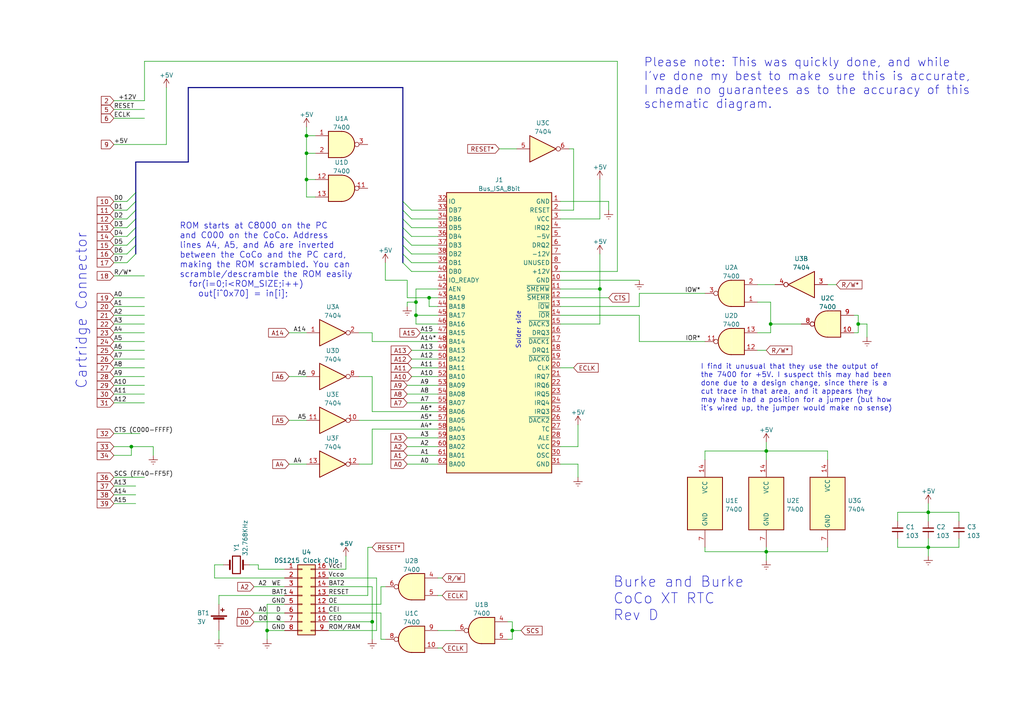
<source format=kicad_sch>
(kicad_sch (version 20211123) (generator eeschema)
  (paper "A4")
  (lib_symbols
    (symbol "74xx:7400" (pin_names (offset 1.016))
      (property "Reference" "U" (at 0 1.27 0))
      (property "Value" "7400" (at 0 -1.27 0))
      (symbol "7400_1_1"
        (arc (start 0 -3.81) (mid 3.81 0) (end 0 3.81) (stroke (width 0.254)) (fill (type background)))
        (polyline (pts (xy 0 3.81) (xy -3.81 3.81) (xy -3.81 -3.81) (xy 0 -3.81)) (stroke (width 0.254)) (fill (type background)))
        (pin input line (at -7.62 2.54 0) (length 3.81) (name "~") (number "1"))
        (pin input line (at -7.62 -2.54 0) (length 3.81) (name "~") (number "2"))
        (pin output inverted (at 7.62 0 180) (length 3.81) (name "~") (number "3"))
      )
      (symbol "7400_1_2"
        (arc (start -3.81 -3.81) (mid -2.589 0) (end -3.81 3.81) (stroke (width 0.254)))
        (arc (start -0.6096 -3.81) (mid 2.1842 -2.5851) (end 3.81 0) (stroke (width 0.254)) (fill (type background)))
        (polyline (pts (xy -3.81 -3.81) (xy -0.635 -3.81)) (stroke (width 0.254)) (fill (type background)))
        (polyline (pts (xy -3.81 3.81) (xy -0.635 3.81)) (stroke (width 0.254)) (fill (type background)))
        (polyline (pts (xy -0.635 3.81) (xy -3.81 3.81) (xy -3.81 3.81) (xy -3.556 3.4036) (xy -3.0226 2.2606) (xy -2.6924 1.0414) (xy -2.6162 -0.254) (xy -2.7686 -1.4986) (xy -3.175 -2.7178) (xy -3.81 -3.81) (xy -3.81 -3.81) (xy -0.635 -3.81)) (stroke (width -25.4)) (fill (type background)))
        (arc (start 3.81 0) (mid 2.1915 2.5936) (end -0.6096 3.81) (stroke (width 0.254)) (fill (type background)))
        (pin input inverted (at -7.62 2.54 0) (length 4.318) (name "~") (number "1"))
        (pin input inverted (at -7.62 -2.54 0) (length 4.318) (name "~") (number "2"))
        (pin output line (at 7.62 0 180) (length 3.81) (name "~") (number "3"))
      )
      (symbol "7400_2_1"
        (arc (start 0 -3.81) (mid 3.81 0) (end 0 3.81) (stroke (width 0.254)) (fill (type background)))
        (polyline (pts (xy 0 3.81) (xy -3.81 3.81) (xy -3.81 -3.81) (xy 0 -3.81)) (stroke (width 0.254)) (fill (type background)))
        (pin input line (at -7.62 2.54 0) (length 3.81) (name "~") (number "4"))
        (pin input line (at -7.62 -2.54 0) (length 3.81) (name "~") (number "5"))
        (pin output inverted (at 7.62 0 180) (length 3.81) (name "~") (number "6"))
      )
      (symbol "7400_2_2"
        (arc (start -3.81 -3.81) (mid -2.589 0) (end -3.81 3.81) (stroke (width 0.254)))
        (arc (start -0.6096 -3.81) (mid 2.1842 -2.5851) (end 3.81 0) (stroke (width 0.254)) (fill (type background)))
        (polyline (pts (xy -3.81 -3.81) (xy -0.635 -3.81)) (stroke (width 0.254)) (fill (type background)))
        (polyline (pts (xy -3.81 3.81) (xy -0.635 3.81)) (stroke (width 0.254)) (fill (type background)))
        (polyline (pts (xy -0.635 3.81) (xy -3.81 3.81) (xy -3.81 3.81) (xy -3.556 3.4036) (xy -3.0226 2.2606) (xy -2.6924 1.0414) (xy -2.6162 -0.254) (xy -2.7686 -1.4986) (xy -3.175 -2.7178) (xy -3.81 -3.81) (xy -3.81 -3.81) (xy -0.635 -3.81)) (stroke (width -25.4)) (fill (type background)))
        (arc (start 3.81 0) (mid 2.1915 2.5936) (end -0.6096 3.81) (stroke (width 0.254)) (fill (type background)))
        (pin input inverted (at -7.62 2.54 0) (length 4.318) (name "~") (number "4"))
        (pin input inverted (at -7.62 -2.54 0) (length 4.318) (name "~") (number "5"))
        (pin output line (at 7.62 0 180) (length 3.81) (name "~") (number "6"))
      )
      (symbol "7400_3_1"
        (arc (start 0 -3.81) (mid 3.81 0) (end 0 3.81) (stroke (width 0.254)) (fill (type background)))
        (polyline (pts (xy 0 3.81) (xy -3.81 3.81) (xy -3.81 -3.81) (xy 0 -3.81)) (stroke (width 0.254)) (fill (type background)))
        (pin input line (at -7.62 -2.54 0) (length 3.81) (name "~") (number "10"))
        (pin output inverted (at 7.62 0 180) (length 3.81) (name "~") (number "8"))
        (pin input line (at -7.62 2.54 0) (length 3.81) (name "~") (number "9"))
      )
      (symbol "7400_3_2"
        (arc (start -3.81 -3.81) (mid -2.589 0) (end -3.81 3.81) (stroke (width 0.254)))
        (arc (start -0.6096 -3.81) (mid 2.1842 -2.5851) (end 3.81 0) (stroke (width 0.254)) (fill (type background)))
        (polyline (pts (xy -3.81 -3.81) (xy -0.635 -3.81)) (stroke (width 0.254)) (fill (type background)))
        (polyline (pts (xy -3.81 3.81) (xy -0.635 3.81)) (stroke (width 0.254)) (fill (type background)))
        (polyline (pts (xy -0.635 3.81) (xy -3.81 3.81) (xy -3.81 3.81) (xy -3.556 3.4036) (xy -3.0226 2.2606) (xy -2.6924 1.0414) (xy -2.6162 -0.254) (xy -2.7686 -1.4986) (xy -3.175 -2.7178) (xy -3.81 -3.81) (xy -3.81 -3.81) (xy -0.635 -3.81)) (stroke (width -25.4)) (fill (type background)))
        (arc (start 3.81 0) (mid 2.1915 2.5936) (end -0.6096 3.81) (stroke (width 0.254)) (fill (type background)))
        (pin input inverted (at -7.62 -2.54 0) (length 4.318) (name "~") (number "10"))
        (pin output line (at 7.62 0 180) (length 3.81) (name "~") (number "8"))
        (pin input inverted (at -7.62 2.54 0) (length 4.318) (name "~") (number "9"))
      )
      (symbol "7400_4_1"
        (arc (start 0 -3.81) (mid 3.81 0) (end 0 3.81) (stroke (width 0.254)) (fill (type background)))
        (polyline (pts (xy 0 3.81) (xy -3.81 3.81) (xy -3.81 -3.81) (xy 0 -3.81)) (stroke (width 0.254)) (fill (type background)))
        (pin output inverted (at 7.62 0 180) (length 3.81) (name "~") (number "11"))
        (pin input line (at -7.62 2.54 0) (length 3.81) (name "~") (number "12"))
        (pin input line (at -7.62 -2.54 0) (length 3.81) (name "~") (number "13"))
      )
      (symbol "7400_4_2"
        (arc (start -3.81 -3.81) (mid -2.589 0) (end -3.81 3.81) (stroke (width 0.254)))
        (arc (start -0.6096 -3.81) (mid 2.1842 -2.5851) (end 3.81 0) (stroke (width 0.254)) (fill (type background)))
        (polyline (pts (xy -3.81 -3.81) (xy -0.635 -3.81)) (stroke (width 0.254)) (fill (type background)))
        (polyline (pts (xy -3.81 3.81) (xy -0.635 3.81)) (stroke (width 0.254)) (fill (type background)))
        (polyline (pts (xy -0.635 3.81) (xy -3.81 3.81) (xy -3.81 3.81) (xy -3.556 3.4036) (xy -3.0226 2.2606) (xy -2.6924 1.0414) (xy -2.6162 -0.254) (xy -2.7686 -1.4986) (xy -3.175 -2.7178) (xy -3.81 -3.81) (xy -3.81 -3.81) (xy -0.635 -3.81)) (stroke (width -25.4)) (fill (type background)))
        (arc (start 3.81 0) (mid 2.1915 2.5936) (end -0.6096 3.81) (stroke (width 0.254)) (fill (type background)))
        (pin output line (at 7.62 0 180) (length 3.81) (name "~") (number "11"))
        (pin input inverted (at -7.62 2.54 0) (length 4.318) (name "~") (number "12"))
        (pin input inverted (at -7.62 -2.54 0) (length 4.318) (name "~") (number "13"))
      )
      (symbol "7400_5_0"
        (pin power_in line (at 0 12.7 270) (length 5.08) (name "VCC") (number "14"))
        (pin power_in line (at 0 -12.7 90) (length 5.08) (name "GND") (number "7"))
      )
      (symbol "7400_5_1"
        (rectangle (start -5.08 7.62) (end 5.08 -7.62) (stroke (width 0.254)) (fill (type background)))
      )
    )
    (symbol "74xx:74AHC04"
      (property "Reference" "U" (at 0 1.27 0))
      (property "Value" "74AHC04" (at 0 -1.27 0))
      (symbol "74AHC04_1_0"
        (polyline (pts (xy -3.81 3.81) (xy -3.81 -3.81) (xy 3.81 0) (xy -3.81 3.81)) (stroke (width 0.254)) (fill (type background)))
        (pin input line (at -7.62 0 0) (length 3.81) (name "~") (number "1"))
        (pin output inverted (at 7.62 0 180) (length 3.81) (name "~") (number "2"))
      )
      (symbol "74AHC04_2_0"
        (polyline (pts (xy -3.81 3.81) (xy -3.81 -3.81) (xy 3.81 0) (xy -3.81 3.81)) (stroke (width 0.254)) (fill (type background)))
        (pin input line (at -7.62 0 0) (length 3.81) (name "~") (number "3"))
        (pin output inverted (at 7.62 0 180) (length 3.81) (name "~") (number "4"))
      )
      (symbol "74AHC04_3_0"
        (polyline (pts (xy -3.81 3.81) (xy -3.81 -3.81) (xy 3.81 0) (xy -3.81 3.81)) (stroke (width 0.254)) (fill (type background)))
        (pin input line (at -7.62 0 0) (length 3.81) (name "~") (number "5"))
        (pin output inverted (at 7.62 0 180) (length 3.81) (name "~") (number "6"))
      )
      (symbol "74AHC04_4_0"
        (polyline (pts (xy -3.81 3.81) (xy -3.81 -3.81) (xy 3.81 0) (xy -3.81 3.81)) (stroke (width 0.254)) (fill (type background)))
        (pin output inverted (at 7.62 0 180) (length 3.81) (name "~") (number "8"))
        (pin input line (at -7.62 0 0) (length 3.81) (name "~") (number "9"))
      )
      (symbol "74AHC04_5_0"
        (polyline (pts (xy -3.81 3.81) (xy -3.81 -3.81) (xy 3.81 0) (xy -3.81 3.81)) (stroke (width 0.254)) (fill (type background)))
        (pin output inverted (at 7.62 0 180) (length 3.81) (name "~") (number "10"))
        (pin input line (at -7.62 0 0) (length 3.81) (name "~") (number "11"))
      )
      (symbol "74AHC04_6_0"
        (polyline (pts (xy -3.81 3.81) (xy -3.81 -3.81) (xy 3.81 0) (xy -3.81 3.81)) (stroke (width 0.254)) (fill (type background)))
        (pin output inverted (at 7.62 0 180) (length 3.81) (name "~") (number "12"))
        (pin input line (at -7.62 0 0) (length 3.81) (name "~") (number "13"))
      )
      (symbol "74AHC04_7_0"
        (pin power_in line (at 0 12.7 270) (length 5.08) (name "VCC") (number "14"))
        (pin power_in line (at 0 -12.7 90) (length 5.08) (name "GND") (number "7"))
      )
      (symbol "74AHC04_7_1"
        (rectangle (start -5.08 7.62) (end 5.08 -7.62) (stroke (width 0.254)) (fill (type background)))
      )
    )
    (symbol "Connector:Bus_ISA_8bit"
      (property "Reference" "J" (at 0 42.545 0))
      (property "Value" "Bus_ISA_8bit" (at 0 -42.545 0))
      (symbol "Bus_ISA_8bit_0_1"
        (rectangle (start -15.24 -40.64) (end 15.24 40.64) (stroke (width 0.254)) (fill (type background)))
      )
      (symbol "Bus_ISA_8bit_1_1"
        (pin power_in line (at -17.78 38.1 0) (length 2.54) (name "GND") (number "1"))
        (pin power_in line (at -17.78 15.24 0) (length 2.54) (name "GND") (number "10"))
        (pin output line (at -17.78 12.7 0) (length 2.54) (name "~{SMEMW}") (number "11"))
        (pin output line (at -17.78 10.16 0) (length 2.54) (name "~{SMEMR}") (number "12"))
        (pin output line (at -17.78 7.62 0) (length 2.54) (name "~{IOW}") (number "13"))
        (pin output line (at -17.78 5.08 0) (length 2.54) (name "~{IOR}") (number "14"))
        (pin passive line (at -17.78 2.54 0) (length 2.54) (name "~{DACK3}") (number "15"))
        (pin passive line (at -17.78 0 0) (length 2.54) (name "DRQ3") (number "16"))
        (pin passive line (at -17.78 -2.54 0) (length 2.54) (name "~{DACK1}") (number "17"))
        (pin passive line (at -17.78 -5.08 0) (length 2.54) (name "DRQ1") (number "18"))
        (pin passive line (at -17.78 -7.62 0) (length 2.54) (name "~{DACK0}") (number "19"))
        (pin output line (at -17.78 35.56 0) (length 2.54) (name "RESET") (number "2"))
        (pin output line (at -17.78 -10.16 0) (length 2.54) (name "CLK") (number "20"))
        (pin passive line (at -17.78 -12.7 0) (length 2.54) (name "IRQ7") (number "21"))
        (pin passive line (at -17.78 -15.24 0) (length 2.54) (name "IRQ6") (number "22"))
        (pin passive line (at -17.78 -17.78 0) (length 2.54) (name "IRQ5") (number "23"))
        (pin passive line (at -17.78 -20.32 0) (length 2.54) (name "IRQ4") (number "24"))
        (pin passive line (at -17.78 -22.86 0) (length 2.54) (name "IRQ3") (number "25"))
        (pin passive line (at -17.78 -25.4 0) (length 2.54) (name "~{DACK2}") (number "26"))
        (pin passive line (at -17.78 -27.94 0) (length 2.54) (name "TC") (number "27"))
        (pin output line (at -17.78 -30.48 0) (length 2.54) (name "ALE") (number "28"))
        (pin power_in line (at -17.78 -33.02 0) (length 2.54) (name "VCC") (number "29"))
        (pin power_in line (at -17.78 33.02 0) (length 2.54) (name "VCC") (number "3"))
        (pin output line (at -17.78 -35.56 0) (length 2.54) (name "OSC") (number "30"))
        (pin power_in line (at -17.78 -38.1 0) (length 2.54) (name "GND") (number "31"))
        (pin passive line (at 17.78 38.1 180) (length 2.54) (name "IO") (number "32"))
        (pin tri_state line (at 17.78 35.56 180) (length 2.54) (name "DB7") (number "33"))
        (pin tri_state line (at 17.78 33.02 180) (length 2.54) (name "DB6") (number "34"))
        (pin tri_state line (at 17.78 30.48 180) (length 2.54) (name "DB5") (number "35"))
        (pin tri_state line (at 17.78 27.94 180) (length 2.54) (name "DB4") (number "36"))
        (pin tri_state line (at 17.78 25.4 180) (length 2.54) (name "DB3") (number "37"))
        (pin tri_state line (at 17.78 22.86 180) (length 2.54) (name "DB2") (number "38"))
        (pin tri_state line (at 17.78 20.32 180) (length 2.54) (name "DB1") (number "39"))
        (pin passive line (at -17.78 30.48 0) (length 2.54) (name "IRQ2") (number "4"))
        (pin tri_state line (at 17.78 17.78 180) (length 2.54) (name "DB0") (number "40"))
        (pin passive line (at 17.78 15.24 180) (length 2.54) (name "IO_READY") (number "41"))
        (pin output line (at 17.78 12.7 180) (length 2.54) (name "AEN") (number "42"))
        (pin tri_state line (at 17.78 10.16 180) (length 2.54) (name "BA19") (number "43"))
        (pin tri_state line (at 17.78 7.62 180) (length 2.54) (name "BA18") (number "44"))
        (pin tri_state line (at 17.78 5.08 180) (length 2.54) (name "BA17") (number "45"))
        (pin tri_state line (at 17.78 2.54 180) (length 2.54) (name "BA16") (number "46"))
        (pin tri_state line (at 17.78 0 180) (length 2.54) (name "BA15") (number "47"))
        (pin tri_state line (at 17.78 -2.54 180) (length 2.54) (name "BA14") (number "48"))
        (pin tri_state line (at 17.78 -5.08 180) (length 2.54) (name "BA13") (number "49"))
        (pin power_in line (at -17.78 27.94 0) (length 2.54) (name "-5V") (number "5"))
        (pin tri_state line (at 17.78 -7.62 180) (length 2.54) (name "BA12") (number "50"))
        (pin tri_state line (at 17.78 -10.16 180) (length 2.54) (name "BA11") (number "51"))
        (pin tri_state line (at 17.78 -12.7 180) (length 2.54) (name "BA10") (number "52"))
        (pin tri_state line (at 17.78 -15.24 180) (length 2.54) (name "BA09") (number "53"))
        (pin tri_state line (at 17.78 -17.78 180) (length 2.54) (name "BA08") (number "54"))
        (pin tri_state line (at 17.78 -20.32 180) (length 2.54) (name "BA07") (number "55"))
        (pin tri_state line (at 17.78 -22.86 180) (length 2.54) (name "BA06") (number "56"))
        (pin tri_state line (at 17.78 -25.4 180) (length 2.54) (name "BA05") (number "57"))
        (pin tri_state line (at 17.78 -27.94 180) (length 2.54) (name "BA04") (number "58"))
        (pin tri_state line (at 17.78 -30.48 180) (length 2.54) (name "BA03") (number "59"))
        (pin passive line (at -17.78 25.4 0) (length 2.54) (name "DRQ2") (number "6"))
        (pin tri_state line (at 17.78 -33.02 180) (length 2.54) (name "BA02") (number "60"))
        (pin tri_state line (at 17.78 -35.56 180) (length 2.54) (name "BA01") (number "61"))
        (pin tri_state line (at 17.78 -38.1 180) (length 2.54) (name "BA00") (number "62"))
        (pin power_in line (at -17.78 22.86 0) (length 2.54) (name "-12V") (number "7"))
        (pin passive line (at -17.78 20.32 0) (length 2.54) (name "UNUSED") (number "8"))
        (pin power_in line (at -17.78 17.78 0) (length 2.54) (name "+12V") (number "9"))
      )
    )
    (symbol "Connector_Generic:Conn_02x08_Counter_Clockwise" (pin_names (offset 1.016) hide)
      (property "Reference" "J" (at 1.27 10.16 0))
      (property "Value" "Conn_02x08_Counter_Clockwise" (at 1.27 -12.7 0))
      (symbol "Conn_02x08_Counter_Clockwise_1_1"
        (rectangle (start -1.27 -10.033) (end 0 -10.287) (stroke (width 0.1524)))
        (rectangle (start -1.27 -7.493) (end 0 -7.747) (stroke (width 0.1524)))
        (rectangle (start -1.27 -4.953) (end 0 -5.207) (stroke (width 0.1524)))
        (rectangle (start -1.27 -2.413) (end 0 -2.667) (stroke (width 0.1524)))
        (rectangle (start -1.27 0.127) (end 0 -0.127) (stroke (width 0.1524)))
        (rectangle (start -1.27 2.667) (end 0 2.413) (stroke (width 0.1524)))
        (rectangle (start -1.27 5.207) (end 0 4.953) (stroke (width 0.1524)))
        (rectangle (start -1.27 7.747) (end 0 7.493) (stroke (width 0.1524)))
        (rectangle (start -1.27 8.89) (end 3.81 -11.43) (stroke (width 0.254)) (fill (type background)))
        (rectangle (start 3.81 -10.033) (end 2.54 -10.287) (stroke (width 0.1524)))
        (rectangle (start 3.81 -7.493) (end 2.54 -7.747) (stroke (width 0.1524)))
        (rectangle (start 3.81 -4.953) (end 2.54 -5.207) (stroke (width 0.1524)))
        (rectangle (start 3.81 -2.413) (end 2.54 -2.667) (stroke (width 0.1524)))
        (rectangle (start 3.81 0.127) (end 2.54 -0.127) (stroke (width 0.1524)))
        (rectangle (start 3.81 2.667) (end 2.54 2.413) (stroke (width 0.1524)))
        (rectangle (start 3.81 5.207) (end 2.54 4.953) (stroke (width 0.1524)))
        (rectangle (start 3.81 7.747) (end 2.54 7.493) (stroke (width 0.1524)))
        (pin passive line (at -5.08 7.62 0) (length 3.81) (name "Pin_1") (number "1"))
        (pin passive line (at 7.62 -7.62 180) (length 3.81) (name "Pin_10") (number "10"))
        (pin passive line (at 7.62 -5.08 180) (length 3.81) (name "Pin_11") (number "11"))
        (pin passive line (at 7.62 -2.54 180) (length 3.81) (name "Pin_12") (number "12"))
        (pin passive line (at 7.62 0 180) (length 3.81) (name "Pin_13") (number "13"))
        (pin passive line (at 7.62 2.54 180) (length 3.81) (name "Pin_14") (number "14"))
        (pin passive line (at 7.62 5.08 180) (length 3.81) (name "Pin_15") (number "15"))
        (pin passive line (at 7.62 7.62 180) (length 3.81) (name "Pin_16") (number "16"))
        (pin passive line (at -5.08 5.08 0) (length 3.81) (name "Pin_2") (number "2"))
        (pin passive line (at -5.08 2.54 0) (length 3.81) (name "Pin_3") (number "3"))
        (pin passive line (at -5.08 0 0) (length 3.81) (name "Pin_4") (number "4"))
        (pin passive line (at -5.08 -2.54 0) (length 3.81) (name "Pin_5") (number "5"))
        (pin passive line (at -5.08 -5.08 0) (length 3.81) (name "Pin_6") (number "6"))
        (pin passive line (at -5.08 -7.62 0) (length 3.81) (name "Pin_7") (number "7"))
        (pin passive line (at -5.08 -10.16 0) (length 3.81) (name "Pin_8") (number "8"))
        (pin passive line (at 7.62 -10.16 180) (length 3.81) (name "Pin_9") (number "9"))
      )
    )
    (symbol "Device:Battery_Cell" (pin_numbers hide) (pin_names (offset 0) hide)
      (property "Reference" "BT" (at 2.54 2.54 0))
      (property "Value" "Battery_Cell" (at 2.54 0 0))
      (symbol "Battery_Cell_0_1"
        (rectangle (start -2.286 1.778) (end 2.286 1.524) (fill (type outline)))
        (rectangle (start -1.5748 1.1938) (end 1.4732 0.6858) (fill (type outline)))
        (polyline (pts (xy 0 0.762) (xy 0 0)))
        (polyline (pts (xy 0 1.778) (xy 0 2.54)))
        (polyline (pts (xy 0.508 3.429) (xy 1.524 3.429)) (stroke (width 0.254)))
        (polyline (pts (xy 1.016 3.937) (xy 1.016 2.921)) (stroke (width 0.254)))
      )
      (symbol "Battery_Cell_1_1"
        (pin passive line (at 0 5.08 270) (length 2.54) (name "+") (number "1"))
        (pin passive line (at 0 -2.54 90) (length 2.54) (name "-") (number "2"))
      )
    )
    (symbol "Device:C_Small" (pin_numbers hide) (pin_names (offset 0.254) hide)
      (property "Reference" "C" (at 0.254 1.778 0))
      (property "Value" "C_Small" (at 0.254 -2.032 0))
      (symbol "C_Small_0_1"
        (polyline (pts (xy -1.524 -0.508) (xy 1.524 -0.508)) (stroke (width 0.3302)))
        (polyline (pts (xy -1.524 0.508) (xy 1.524 0.508)) (stroke (width 0.3048)))
      )
      (symbol "C_Small_1_1"
        (pin passive line (at 0 2.54 270) (length 2.032) (name "~") (number "1"))
        (pin passive line (at 0 -2.54 90) (length 2.032) (name "~") (number "2"))
      )
    )
    (symbol "Device:Crystal" (pin_numbers hide) (pin_names (offset 1.016) hide)
      (property "Reference" "Y" (at 0 3.81 0))
      (property "Value" "Crystal" (at 0 -3.81 0))
      (symbol "Crystal_0_1"
        (rectangle (start -1.143 2.54) (end 1.143 -2.54) (stroke (width 0.3048)))
        (polyline (pts (xy -2.54 0) (xy -1.905 0)))
        (polyline (pts (xy -1.905 -1.27) (xy -1.905 1.27)) (stroke (width 0.508)))
        (polyline (pts (xy 1.905 -1.27) (xy 1.905 1.27)) (stroke (width 0.508)))
        (polyline (pts (xy 2.54 0) (xy 1.905 0)))
      )
      (symbol "Crystal_1_1"
        (pin passive line (at -3.81 0 0) (length 1.27) (name "1") (number "1"))
        (pin passive line (at 3.81 0 180) (length 1.27) (name "2") (number "2"))
      )
    )
    (symbol "power:+5V" (power) (pin_names (offset 0))
      (property "Value" "+5V" (at 0 3.556 0))
      (symbol "+5V_0_1"
        (polyline (pts (xy -0.762 1.27) (xy 0 2.54)))
        (polyline (pts (xy 0 0) (xy 0 2.54)))
        (polyline (pts (xy 0 2.54) (xy 0.762 1.27)))
      )
      (symbol "+5V_1_1"
        (pin power_in line (at 0 0 90) (length 0) hide (name "+5V") (number "1"))
      )
    )
    (symbol "power:Earth" (power) (pin_names (offset 0))
      (symbol "Earth_0_1"
        (polyline (pts (xy -0.635 -1.905) (xy 0.635 -1.905)))
        (polyline (pts (xy -0.127 -2.54) (xy 0.127 -2.54)))
        (polyline (pts (xy 0 -1.27) (xy 0 0)))
        (polyline (pts (xy 1.27 -1.27) (xy -1.27 -1.27)))
      )
      (symbol "Earth_1_1"
        (pin power_in line (at 0 0 270) (length 0) hide (name "Earth") (number "1"))
      )
    )
    (symbol "power:GNDREF" (power) (pin_names (offset 0))
      (property "Value" "GNDREF" (at 0 -3.81 0))
      (symbol "GNDREF_0_1"
        (polyline (pts (xy -0.635 -1.905) (xy 0.635 -1.905)))
        (polyline (pts (xy -0.127 -2.54) (xy 0.127 -2.54)))
        (polyline (pts (xy 0 -1.27) (xy 0 0)))
        (polyline (pts (xy 1.27 -1.27) (xy -1.27 -1.27)))
      )
      (symbol "GNDREF_1_1"
        (pin power_in line (at 0 0 270) (length 0) hide (name "GNDREF") (number "1"))
      )
    )
  )
  (junction (at 88.9 52.07))
  (junction (at 88.9 39.37))
  (junction (at 269.24 158.75))
  (junction (at 222.25 130.81))
  (junction (at 222.25 160.02))
  (junction (at 77.47 182.88))
  (junction (at 38.1 129.54))
  (junction (at 148.59 182.88))
  (junction (at 269.24 148.59))
  (junction (at 88.9 44.45))
  (junction (at 124.46 86.36))
  (junction (at 120.65 87.63))
  (junction (at 173.99 83.82))
  (junction (at 120.65 91.44))
  (junction (at 248.92 93.98))
  (junction (at 107.95 180.34))
  (junction (at 223.52 93.98))
  (bus_entry (at 36.83 60.96) (size 2.54 -2.54))
  (bus_entry (at 36.83 71.12) (size 2.54 -2.54))
  (bus_entry (at 116.84 76.2) (size 2.54 2.54))
  (bus_entry (at 36.83 66.04) (size 2.54 -2.54))
  (bus_entry (at 116.84 73.66) (size 2.54 2.54))
  (bus_entry (at 36.83 68.58) (size 2.54 -2.54))
  (bus_entry (at 116.84 68.58) (size 2.54 2.54))
  (bus_entry (at 36.83 76.2) (size 2.54 -2.54))
  (bus_entry (at 116.84 71.12) (size 2.54 2.54))
  (bus_entry (at 116.84 66.04) (size 2.54 2.54))
  (bus_entry (at 116.84 60.96) (size 2.54 2.54))
  (bus_entry (at 116.84 58.42) (size 2.54 2.54))
  (bus_entry (at 36.83 58.42) (size 2.54 -2.54))
  (bus_entry (at 36.83 73.66) (size 2.54 -2.54))
  (bus_entry (at 36.83 63.5) (size 2.54 -2.54))
  (bus_entry (at 116.84 63.5) (size 2.54 2.54))
  (bus (pts (xy 116.84 73.66) (xy 116.84 76.2)))
  (wire (pts (xy 63.5 182.88) (xy 63.5 185.42)))
  (wire (pts (xy 251.46 97.79) (xy 251.46 93.98)))
  (wire (pts (xy 124.46 88.9) (xy 127 88.9)))
  (wire (pts (xy 127 124.46) (xy 107.95 124.46)))
  (wire (pts (xy 128.27 172.72) (xy 127 172.72)))
  (wire (pts (xy 240.03 160.02) (xy 222.25 160.02)))
  (wire (pts (xy 74.93 165.1) (xy 74.93 163.83)))
  (wire (pts (xy 95.25 170.18) (xy 107.95 170.18)))
  (bus (pts (xy 39.37 46.99) (xy 39.37 55.88)))
  (wire (pts (xy 33.02 66.04) (xy 36.83 66.04)))
  (wire (pts (xy 33.02 58.42) (xy 36.83 58.42)))
  (wire (pts (xy 33.02 111.76) (xy 41.91 111.76)))
  (bus (pts (xy 54.61 46.99) (xy 39.37 46.99)))
  (wire (pts (xy 162.56 88.9) (xy 185.42 88.9)))
  (wire (pts (xy 162.56 63.5) (xy 173.99 63.5)))
  (wire (pts (xy 119.38 106.68) (xy 127 106.68)))
  (wire (pts (xy 118.11 129.54) (xy 127 129.54)))
  (wire (pts (xy 77.47 182.88) (xy 82.55 182.88)))
  (wire (pts (xy 162.56 91.44) (xy 185.42 91.44)))
  (wire (pts (xy 162.56 86.36) (xy 176.53 86.36)))
  (wire (pts (xy 119.38 60.96) (xy 127 60.96)))
  (wire (pts (xy 111.76 185.42) (xy 110.49 185.42)))
  (wire (pts (xy 74.93 163.83) (xy 72.39 163.83)))
  (wire (pts (xy 83.82 134.62) (xy 88.9 134.62)))
  (wire (pts (xy 119.38 104.14) (xy 127 104.14)))
  (bus (pts (xy 39.37 63.5) (xy 39.37 60.96)))
  (wire (pts (xy 118.11 132.08) (xy 127 132.08)))
  (wire (pts (xy 107.95 134.62) (xy 104.14 134.62)))
  (wire (pts (xy 269.24 148.59) (xy 269.24 146.05)))
  (wire (pts (xy 83.82 96.52) (xy 88.9 96.52)))
  (wire (pts (xy 124.46 86.36) (xy 124.46 88.9)))
  (wire (pts (xy 248.92 96.52) (xy 247.65 96.52)))
  (wire (pts (xy 119.38 76.2) (xy 127 76.2)))
  (wire (pts (xy 204.47 130.81) (xy 222.25 130.81)))
  (wire (pts (xy 33.02 125.73) (xy 40.64 125.73)))
  (wire (pts (xy 82.55 165.1) (xy 74.93 165.1)))
  (wire (pts (xy 222.25 101.6) (xy 219.71 101.6)))
  (wire (pts (xy 119.38 109.22) (xy 127 109.22)))
  (wire (pts (xy 242.57 82.55) (xy 240.03 82.55)))
  (wire (pts (xy 33.02 34.29) (xy 41.91 34.29)))
  (wire (pts (xy 33.02 101.6) (xy 41.91 101.6)))
  (wire (pts (xy 118.11 87.63) (xy 120.65 87.63)))
  (wire (pts (xy 73.66 177.8) (xy 82.55 177.8)))
  (wire (pts (xy 179.07 17.78) (xy 179.07 78.74)))
  (wire (pts (xy 204.47 158.75) (xy 204.47 160.02)))
  (bus (pts (xy 39.37 58.42) (xy 39.37 55.88)))
  (wire (pts (xy 166.37 60.96) (xy 166.37 43.18)))
  (wire (pts (xy 120.65 91.44) (xy 127 91.44)))
  (wire (pts (xy 33.02 96.52) (xy 41.91 96.52)))
  (wire (pts (xy 33.02 63.5) (xy 36.83 63.5)))
  (wire (pts (xy 73.66 180.34) (xy 82.55 180.34)))
  (wire (pts (xy 33.02 88.9) (xy 41.91 88.9)))
  (wire (pts (xy 33.02 29.21) (xy 41.91 29.21)))
  (wire (pts (xy 77.47 182.88) (xy 77.47 185.42)))
  (wire (pts (xy 204.47 160.02) (xy 222.25 160.02)))
  (wire (pts (xy 251.46 93.98) (xy 248.92 93.98)))
  (wire (pts (xy 33.02 41.91) (xy 48.26 41.91)))
  (wire (pts (xy 144.78 43.18) (xy 149.86 43.18)))
  (wire (pts (xy 119.38 66.04) (xy 127 66.04)))
  (bus (pts (xy 116.84 68.58) (xy 116.84 71.12)))
  (wire (pts (xy 219.71 96.52) (xy 223.52 96.52)))
  (wire (pts (xy 33.02 146.05) (xy 39.37 146.05)))
  (bus (pts (xy 116.84 60.96) (xy 116.84 63.5)))
  (wire (pts (xy 119.38 78.74) (xy 127 78.74)))
  (wire (pts (xy 83.82 109.22) (xy 88.9 109.22)))
  (wire (pts (xy 33.02 80.01) (xy 41.91 80.01)))
  (wire (pts (xy 118.11 111.76) (xy 127 111.76)))
  (wire (pts (xy 120.65 83.82) (xy 120.65 87.63)))
  (wire (pts (xy 185.42 99.06) (xy 204.47 99.06)))
  (wire (pts (xy 91.44 39.37) (xy 88.9 39.37)))
  (wire (pts (xy 33.02 106.68) (xy 41.91 106.68)))
  (wire (pts (xy 77.47 175.26) (xy 82.55 175.26)))
  (wire (pts (xy 127 187.96) (xy 128.27 187.96)))
  (wire (pts (xy 33.02 104.14) (xy 41.91 104.14)))
  (wire (pts (xy 33.02 116.84) (xy 41.91 116.84)))
  (wire (pts (xy 119.38 68.58) (xy 127 68.58)))
  (wire (pts (xy 109.22 167.64) (xy 95.25 167.64)))
  (wire (pts (xy 83.82 121.92) (xy 88.9 121.92)))
  (wire (pts (xy 278.13 156.21) (xy 278.13 158.75)))
  (wire (pts (xy 104.14 121.92) (xy 127 121.92)))
  (bus (pts (xy 116.84 66.04) (xy 116.84 68.58)))
  (wire (pts (xy 248.92 93.98) (xy 248.92 96.52)))
  (bus (pts (xy 39.37 73.66) (xy 39.37 71.12)))
  (wire (pts (xy 167.64 123.19) (xy 167.64 129.54)))
  (wire (pts (xy 240.03 130.81) (xy 222.25 130.81)))
  (wire (pts (xy 77.47 175.26) (xy 77.47 182.88)))
  (wire (pts (xy 222.25 130.81) (xy 222.25 128.27)))
  (wire (pts (xy 132.08 182.88) (xy 127 182.88)))
  (wire (pts (xy 33.02 140.97) (xy 39.37 140.97)))
  (wire (pts (xy 119.38 101.6) (xy 127 101.6)))
  (wire (pts (xy 278.13 148.59) (xy 269.24 148.59)))
  (bus (pts (xy 116.84 63.5) (xy 116.84 66.04)))
  (wire (pts (xy 269.24 148.59) (xy 269.24 151.13)))
  (wire (pts (xy 33.02 109.22) (xy 41.91 109.22)))
  (wire (pts (xy 185.42 88.9) (xy 185.42 85.09)))
  (wire (pts (xy 62.23 167.64) (xy 62.23 163.83)))
  (wire (pts (xy 127 86.36) (xy 124.46 86.36)))
  (wire (pts (xy 110.49 185.42) (xy 110.49 177.8)))
  (wire (pts (xy 118.11 88.9) (xy 118.11 87.63)))
  (bus (pts (xy 54.61 25.4) (xy 54.61 46.99)))
  (wire (pts (xy 33.02 68.58) (xy 36.83 68.58)))
  (wire (pts (xy 240.03 158.75) (xy 240.03 160.02)))
  (wire (pts (xy 106.68 158.75) (xy 107.95 158.75)))
  (wire (pts (xy 240.03 133.35) (xy 240.03 130.81)))
  (wire (pts (xy 162.56 60.96) (xy 166.37 60.96)))
  (wire (pts (xy 219.71 87.63) (xy 223.52 87.63)))
  (wire (pts (xy 162.56 81.28) (xy 185.42 81.28)))
  (wire (pts (xy 110.49 170.18) (xy 111.76 170.18)))
  (wire (pts (xy 224.79 82.55) (xy 219.71 82.55)))
  (wire (pts (xy 173.99 73.66) (xy 173.99 83.82)))
  (wire (pts (xy 260.35 156.21) (xy 260.35 158.75)))
  (wire (pts (xy 162.56 78.74) (xy 179.07 78.74)))
  (wire (pts (xy 120.65 93.98) (xy 127 93.98)))
  (wire (pts (xy 33.02 93.98) (xy 41.91 93.98)))
  (bus (pts (xy 39.37 71.12) (xy 39.37 68.58)))
  (bus (pts (xy 39.37 66.04) (xy 39.37 63.5)))
  (wire (pts (xy 185.42 91.44) (xy 185.42 99.06)))
  (wire (pts (xy 33.02 71.12) (xy 36.83 71.12)))
  (wire (pts (xy 33.02 132.08) (xy 38.1 132.08)))
  (wire (pts (xy 33.02 86.36) (xy 41.91 86.36)))
  (wire (pts (xy 95.25 177.8) (xy 110.49 177.8)))
  (wire (pts (xy 162.56 134.62) (xy 167.64 134.62)))
  (wire (pts (xy 162.56 129.54) (xy 167.64 129.54)))
  (bus (pts (xy 39.37 68.58) (xy 39.37 66.04)))
  (wire (pts (xy 278.13 158.75) (xy 269.24 158.75)))
  (wire (pts (xy 118.11 116.84) (xy 127 116.84)))
  (wire (pts (xy 41.91 29.21) (xy 41.91 17.78)))
  (wire (pts (xy 248.92 91.44) (xy 248.92 93.98)))
  (wire (pts (xy 107.95 99.06) (xy 127 99.06)))
  (wire (pts (xy 148.59 180.34) (xy 148.59 182.88)))
  (wire (pts (xy 118.11 134.62) (xy 127 134.62)))
  (wire (pts (xy 118.11 114.3) (xy 127 114.3)))
  (wire (pts (xy 173.99 63.5) (xy 173.99 52.07)))
  (wire (pts (xy 109.22 182.88) (xy 109.22 167.64)))
  (bus (pts (xy 116.84 25.4) (xy 54.61 25.4)))
  (wire (pts (xy 107.95 124.46) (xy 107.95 134.62)))
  (wire (pts (xy 120.65 91.44) (xy 120.65 93.98)))
  (wire (pts (xy 148.59 185.42) (xy 147.32 185.42)))
  (wire (pts (xy 176.53 58.42) (xy 176.53 60.96)))
  (wire (pts (xy 111.76 81.28) (xy 111.76 76.2)))
  (wire (pts (xy 106.68 158.75) (xy 106.68 172.72)))
  (wire (pts (xy 62.23 163.83) (xy 64.77 163.83)))
  (wire (pts (xy 33.02 143.51) (xy 39.37 143.51)))
  (wire (pts (xy 88.9 36.83) (xy 88.9 39.37)))
  (wire (pts (xy 88.9 44.45) (xy 91.44 44.45)))
  (wire (pts (xy 121.92 96.52) (xy 127 96.52)))
  (wire (pts (xy 33.02 60.96) (xy 36.83 60.96)))
  (wire (pts (xy 107.95 119.38) (xy 107.95 109.22)))
  (wire (pts (xy 148.59 182.88) (xy 148.59 185.42)))
  (wire (pts (xy 222.25 130.81) (xy 222.25 133.35)))
  (wire (pts (xy 106.68 172.72) (xy 95.25 172.72)))
  (wire (pts (xy 82.55 167.64) (xy 62.23 167.64)))
  (bus (pts (xy 116.84 71.12) (xy 116.84 73.66)))
  (wire (pts (xy 33.02 31.75) (xy 41.91 31.75)))
  (wire (pts (xy 127 119.38) (xy 107.95 119.38)))
  (wire (pts (xy 33.02 91.44) (xy 41.91 91.44)))
  (wire (pts (xy 48.26 41.91) (xy 48.26 25.4)))
  (wire (pts (xy 269.24 156.21) (xy 269.24 158.75)))
  (wire (pts (xy 148.59 182.88) (xy 151.13 182.88)))
  (wire (pts (xy 107.95 170.18) (xy 107.95 180.34)))
  (wire (pts (xy 278.13 151.13) (xy 278.13 148.59)))
  (wire (pts (xy 167.64 134.62) (xy 167.64 138.43)))
  (wire (pts (xy 91.44 52.07) (xy 88.9 52.07)))
  (wire (pts (xy 232.41 93.98) (xy 223.52 93.98)))
  (wire (pts (xy 222.25 160.02) (xy 222.25 162.56)))
  (wire (pts (xy 119.38 73.66) (xy 127 73.66)))
  (wire (pts (xy 118.11 127) (xy 127 127)))
  (wire (pts (xy 63.5 172.72) (xy 82.55 172.72)))
  (wire (pts (xy 162.56 58.42) (xy 176.53 58.42)))
  (wire (pts (xy 166.37 43.18) (xy 165.1 43.18)))
  (wire (pts (xy 107.95 109.22) (xy 104.14 109.22)))
  (wire (pts (xy 44.45 129.54) (xy 38.1 129.54)))
  (wire (pts (xy 185.42 85.09) (xy 204.47 85.09)))
  (wire (pts (xy 120.65 87.63) (xy 120.65 91.44)))
  (wire (pts (xy 128.27 167.64) (xy 127 167.64)))
  (wire (pts (xy 222.25 158.75) (xy 222.25 160.02)))
  (wire (pts (xy 33.02 129.54) (xy 38.1 129.54)))
  (wire (pts (xy 88.9 44.45) (xy 88.9 52.07)))
  (wire (pts (xy 95.25 180.34) (xy 107.95 180.34)))
  (bus (pts (xy 39.37 60.96) (xy 39.37 58.42)))
  (wire (pts (xy 147.32 180.34) (xy 148.59 180.34)))
  (wire (pts (xy 41.91 17.78) (xy 179.07 17.78)))
  (wire (pts (xy 118.11 81.28) (xy 111.76 81.28)))
  (wire (pts (xy 95.25 182.88) (xy 109.22 182.88)))
  (wire (pts (xy 110.49 175.26) (xy 110.49 170.18)))
  (wire (pts (xy 260.35 151.13) (xy 260.35 148.59)))
  (wire (pts (xy 95.25 175.26) (xy 110.49 175.26)))
  (wire (pts (xy 33.02 73.66) (xy 36.83 73.66)))
  (wire (pts (xy 260.35 158.75) (xy 269.24 158.75)))
  (wire (pts (xy 100.33 161.29) (xy 100.33 165.1)))
  (wire (pts (xy 127 83.82) (xy 120.65 83.82)))
  (wire (pts (xy 118.11 86.36) (xy 124.46 86.36)))
  (bus (pts (xy 116.84 58.42) (xy 116.84 60.96)))
  (wire (pts (xy 162.56 93.98) (xy 173.99 93.98)))
  (bus (pts (xy 116.84 25.4) (xy 116.84 58.42)))
  (wire (pts (xy 118.11 86.36) (xy 118.11 81.28)))
  (wire (pts (xy 33.02 138.43) (xy 41.91 138.43)))
  (wire (pts (xy 107.95 96.52) (xy 104.14 96.52)))
  (wire (pts (xy 119.38 63.5) (xy 127 63.5)))
  (wire (pts (xy 33.02 99.06) (xy 41.91 99.06)))
  (wire (pts (xy 107.95 180.34) (xy 107.95 185.42)))
  (wire (pts (xy 247.65 91.44) (xy 248.92 91.44)))
  (wire (pts (xy 91.44 57.15) (xy 88.9 57.15)))
  (wire (pts (xy 260.35 148.59) (xy 269.24 148.59)))
  (wire (pts (xy 88.9 57.15) (xy 88.9 52.07)))
  (wire (pts (xy 119.38 71.12) (xy 127 71.12)))
  (wire (pts (xy 44.45 132.08) (xy 44.45 129.54)))
  (wire (pts (xy 33.02 76.2) (xy 36.83 76.2)))
  (wire (pts (xy 269.24 158.75) (xy 269.24 161.29)))
  (wire (pts (xy 223.52 87.63) (xy 223.52 93.98)))
  (wire (pts (xy 162.56 83.82) (xy 173.99 83.82)))
  (wire (pts (xy 88.9 39.37) (xy 88.9 44.45)))
  (wire (pts (xy 100.33 165.1) (xy 95.25 165.1)))
  (wire (pts (xy 107.95 99.06) (xy 107.95 96.52)))
  (wire (pts (xy 33.02 114.3) (xy 41.91 114.3)))
  (wire (pts (xy 63.5 172.72) (xy 63.5 175.26)))
  (wire (pts (xy 204.47 133.35) (xy 204.47 130.81)))
  (wire (pts (xy 173.99 83.82) (xy 173.99 93.98)))
  (wire (pts (xy 162.56 106.68) (xy 166.37 106.68)))
  (wire (pts (xy 38.1 132.08) (xy 38.1 129.54)))
  (wire (pts (xy 73.66 170.18) (xy 82.55 170.18)))
  (wire (pts (xy 223.52 93.98) (xy 223.52 96.52)))
  (text "ROM starts at C8000 on the PC\nand C000 on the CoCo. Address\nlines A4, A5, and A6 are inverted\nbetween the CoCo and the PC card,\nmaking the ROM scrambled. You can\nscramble/descramble the ROM easily\n  for(i=0;i<ROM_SIZE;i++)   \n    out[i^0x70] = in[i];\n" (at 52.07 86.36 0) (effects (font (size 1.75 1.75)) (justify left bottom)))
  (text "I find it unusual that they use the output of\nthe 7400 for +5V. I suspect this may had been\ndone due to a design change, since there is a\ncut trace in that area, and it appears they\nmay have had a position for a jumper (but how\nit's wired up, the jumper would make no sense)" (at 203.2 119.38 0) (effects (font (size 1.5 1.5)) (justify left bottom)))
  (text "Solder side" (at 151.13 90.17 270) (effects (font (size 1.27 1.27)) (justify right bottom)))
  (text "Burke and Burke\nCoCo XT RTC\nRev D" (at 177.8 180.34 0) (effects (font (size 3 3)) (justify left bottom)))
  (text "Cartridge Connector" (at 25.4 113.03 90) (effects (font (size 3 3)) (justify left bottom)))
  (text "Please note: This was quickly done, and while\nI've done my best to make sure this is accurate,\nI made no guarantees as to the accuracy of this\nschematic diagram." (at 186.69 31.75 0) (effects (font (size 2.5 2.5)) (justify left bottom)))
  (label "D0" (at 33.02 58.42 0))
  (label "ROM{slash}RAM" (at 95.25 182.88 0))
  (label "A7" (at 121.92 116.84 0))
  (label "A9" (at 33.02 109.22 0))
  (label "A11" (at 121.92 106.68 0))
  (label "D5" (at 33.02 71.12 0))
  (label "A5" (at 86.36 121.92 0))
  (label "A2" (at 33.02 91.44 0))
  (label "D0" (at 74.93 180.34 0))
  (label "RESET" (at 95.25 172.72 0))
  (label "+12V" (at 34.29 29.21 0))
  (label "WE" (at 78.74 170.18 0))
  (label "A8" (at 33.02 106.68 0))
  (label "A15" (at 33.02 146.05 0))
  (label "R{slash}W*" (at 33.02 80.01 0))
  (label "D6" (at 33.02 73.66 0))
  (label "A14*" (at 121.92 99.06 0))
  (label "A14" (at 85.09 96.52 0))
  (label "A10" (at 121.92 109.22 0))
  (label "A3" (at 121.92 127 0))
  (label "Vcco" (at 95.25 167.64 0))
  (label "+5V" (at 33.02 41.91 0))
  (label "OE" (at 95.25 175.26 0))
  (label "A0" (at 33.02 86.36 0))
  (label "A6" (at 33.02 101.6 0))
  (label "A1" (at 121.9635 132.08 0))
  (label "A0" (at 121.92 134.62 0))
  (label "Vcci" (at 95.25 165.1 0))
  (label "D7" (at 33.02 76.2 0))
  (label "CTS (C000-FFFF)" (at 33.02 125.73 0))
  (label "BAT1" (at 78.74 172.72 0))
  (label "IOR*" (at 203.2 99.06 180))
  (label "A13" (at 121.92 101.6 0))
  (label "RESET" (at 33.02 31.75 0))
  (label "ECLK" (at 33.02 34.29 0))
  (label "A0" (at 74.93 177.8 0))
  (label "A15" (at 121.92 96.52 0))
  (label "A3" (at 33.02 93.98 0))
  (label "A1" (at 33.02 88.9 0))
  (label "A2" (at 74.93 170.18 0))
  (label "A12" (at 33.02 116.84 0))
  (label "IOW*" (at 203.2 85.09 180))
  (label "A5" (at 33.02 99.06 0))
  (label "D1" (at 33.02 60.96 0))
  (label "D" (at 80.01 177.8 0))
  (label "A4" (at 33.02 96.52 0))
  (label "A11" (at 33.02 114.3 0))
  (label "D4" (at 33.02 68.58 0))
  (label "A12" (at 121.92 104.14 0))
  (label "A13" (at 33.02 140.97 0))
  (label "A9" (at 121.92 111.76 0))
  (label "D3" (at 33.02 66.04 0))
  (label "A10" (at 33.02 111.76 0))
  (label "GND" (at 78.74 182.88 0))
  (label "CEO" (at 95.25 180.34 0))
  (label "CEI" (at 95.25 177.8 0))
  (label "A6*" (at 121.92 119.38 0))
  (label "A14" (at 33.02 143.51 0))
  (label "A4*" (at 121.92 124.46 0))
  (label "A4" (at 85.09 134.62 0))
  (label "A2" (at 121.92 129.54 0))
  (label "GND" (at 78.74 175.26 0))
  (label "A7" (at 33.02 104.14 0))
  (label "A5*" (at 121.92 121.92 0))
  (label "BAT2" (at 95.25 170.18 0))
  (label "Q" (at 80.01 180.34 0))
  (label "D2" (at 33.02 63.5 0))
  (label "SCS (FF40-FF5F)" (at 33.02 138.43 0))
  (label "A6" (at 86.36 109.22 0))
  (label "A8" (at 121.92 114.3 0))
  (global_label "16" (shape input) (at 33.02 73.66 180) (property "Intersheet References" "${INTERSHEET_REFS}" (effects hide)))
  (global_label "10" (shape input) (at 33.02 58.42 180) (property "Intersheet References" "${INTERSHEET_REFS}" (effects hide)))
  (global_label "11" (shape input) (at 33.02 60.96 180) (property "Intersheet References" "${INTERSHEET_REFS}" (effects hide)))
  (global_label "19" (shape input) (at 33.02 86.36 180) (property "Intersheet References" "${INTERSHEET_REFS}" (effects hide)))
  (global_label "R{slash}W" (shape input) (at 128.27 167.64 0) (property "Intersheet References" "${INTERSHEET_REFS}" (effects hide)))
  (global_label "A9" (shape input) (at 118.11 111.76 180) (property "Intersheet References" "${INTERSHEET_REFS}" (effects hide)))
  (global_label "RESET*" (shape input) (at 144.78 43.18 180) (property "Intersheet References" "${INTERSHEET_REFS}" (effects hide)))
  (global_label "A11" (shape input) (at 119.38 106.68 180) (property "Intersheet References" "${INTERSHEET_REFS}" (effects hide)))
  (global_label "9" (shape input) (at 33.02 41.91 180) (property "Intersheet References" "${INTERSHEET_REFS}" (effects hide)))
  (global_label "38" (shape input) (at 33.02 143.51 180) (property "Intersheet References" "${INTERSHEET_REFS}" (effects hide)))
  (global_label "A0" (shape input) (at 118.11 134.62 180) (property "Intersheet References" "${INTERSHEET_REFS}" (effects hide)))
  (global_label "A13" (shape input) (at 119.38 101.6 180) (property "Intersheet References" "${INTERSHEET_REFS}" (effects hide)))
  (global_label "17" (shape input) (at 33.02 76.2 180) (property "Intersheet References" "${INTERSHEET_REFS}" (effects hide)))
  (global_label "31" (shape input) (at 33.02 116.84 180) (property "Intersheet References" "${INTERSHEET_REFS}" (effects hide)))
  (global_label "39" (shape input) (at 33.02 146.05 180) (property "Intersheet References" "${INTERSHEET_REFS}" (effects hide)))
  (global_label "27" (shape input) (at 33.02 106.68 180) (property "Intersheet References" "${INTERSHEET_REFS}" (effects hide)))
  (global_label "A14" (shape input) (at 83.82 96.52 180) (property "Intersheet References" "${INTERSHEET_REFS}" (effects hide)))
  (global_label "37" (shape input) (at 33.02 140.97 180) (property "Intersheet References" "${INTERSHEET_REFS}" (effects hide)))
  (global_label "CTS" (shape input) (at 176.53 86.36 0) (property "Intersheet References" "${INTERSHEET_REFS}" (effects hide)))
  (global_label "A15" (shape input) (at 121.92 96.52 180) (property "Intersheet References" "${INTERSHEET_REFS}" (effects hide)))
  (global_label "25" (shape input) (at 33.02 101.6 180) (property "Intersheet References" "${INTERSHEET_REFS}" (effects hide)))
  (global_label "A0" (shape input) (at 73.66 177.8 180) (property "Intersheet References" "${INTERSHEET_REFS}" (effects hide)))
  (global_label "29" (shape input) (at 33.02 111.76 180) (property "Intersheet References" "${INTERSHEET_REFS}" (effects hide)))
  (global_label "34" (shape input) (at 33.02 132.08 180) (property "Intersheet References" "${INTERSHEET_REFS}" (effects hide)))
  (global_label "18" (shape input) (at 33.02 80.01 180) (property "Intersheet References" "${INTERSHEET_REFS}" (effects hide)))
  (global_label "A7" (shape input) (at 118.11 116.84 180) (property "Intersheet References" "${INTERSHEET_REFS}" (effects hide)))
  (global_label "12" (shape input) (at 33.02 63.5 180) (property "Intersheet References" "${INTERSHEET_REFS}" (effects hide)))
  (global_label "2" (shape input) (at 33.02 29.21 180) (property "Intersheet References" "${INTERSHEET_REFS}" (effects hide)))
  (global_label "28" (shape input) (at 33.02 109.22 180) (property "Intersheet References" "${INTERSHEET_REFS}" (effects hide)))
  (global_label "6" (shape input) (at 33.02 34.29 180) (property "Intersheet References" "${INTERSHEET_REFS}" (effects hide)))
  (global_label "ECLK" (shape input) (at 166.37 106.68 0) (property "Intersheet References" "${INTERSHEET_REFS}" (effects hide)))
  (global_label "A5" (shape input) (at 83.82 121.92 180) (property "Intersheet References" "${INTERSHEET_REFS}" (effects hide)))
  (global_label "R{slash}W*" (shape input) (at 222.25 101.6 0) (property "Intersheet References" "${INTERSHEET_REFS}" (effects hide)))
  (global_label "RESET*" (shape input) (at 107.95 158.75 0) (property "Intersheet References" "${INTERSHEET_REFS}" (effects hide)))
  (global_label "33" (shape input) (at 33.02 129.54 180) (property "Intersheet References" "${INTERSHEET_REFS}" (effects hide)))
  (global_label "SCS" (shape input) (at 151.13 182.88 0) (property "Intersheet References" "${INTERSHEET_REFS}" (effects hide)))
  (global_label "5" (shape input) (at 33.02 31.75 180) (property "Intersheet References" "${INTERSHEET_REFS}" (effects hide)))
  (global_label "A10" (shape input) (at 119.38 109.22 180) (property "Intersheet References" "${INTERSHEET_REFS}" (effects hide)))
  (global_label "32" (shape input) (at 33.02 125.73 180) (property "Intersheet References" "${INTERSHEET_REFS}" (effects hide)))
  (global_label "20" (shape input) (at 33.02 88.9 180) (property "Intersheet References" "${INTERSHEET_REFS}" (effects hide)))
  (global_label "15" (shape input) (at 33.02 71.12 180) (property "Intersheet References" "${INTERSHEET_REFS}" (effects hide)))
  (global_label "R{slash}W*" (shape input) (at 242.57 82.55 0) (property "Intersheet References" "${INTERSHEET_REFS}" (effects hide)))
  (global_label "A6" (shape input) (at 83.82 109.22 180) (property "Intersheet References" "${INTERSHEET_REFS}" (effects hide)))
  (global_label "A12" (shape input) (at 119.38 104.14 180) (property "Intersheet References" "${INTERSHEET_REFS}" (effects hide)))
  (global_label "22" (shape input) (at 33.02 93.98 180) (property "Intersheet References" "${INTERSHEET_REFS}" (effects hide)))
  (global_label "A1" (shape input) (at 118.11 132.08 180) (property "Intersheet References" "${INTERSHEET_REFS}" (effects hide)))
  (global_label "A2" (shape input) (at 118.11 129.54 180) (property "Intersheet References" "${INTERSHEET_REFS}" (effects hide)))
  (global_label "A2" (shape input) (at 73.66 170.18 180) (property "Intersheet References" "${INTERSHEET_REFS}" (effects hide)))
  (global_label "ECLK" (shape input) (at 128.27 187.96 0) (property "Intersheet References" "${INTERSHEET_REFS}" (effects hide)))
  (global_label "24" (shape input) (at 33.02 99.06 180) (property "Intersheet References" "${INTERSHEET_REFS}" (effects hide)))
  (global_label "14" (shape input) (at 33.02 68.58 180) (property "Intersheet References" "${INTERSHEET_REFS}" (effects hide)))
  (global_label "A4" (shape input) (at 83.82 134.62 180) (property "Intersheet References" "${INTERSHEET_REFS}" (effects hide)))
  (global_label "36" (shape input) (at 33.02 138.43 180) (property "Intersheet References" "${INTERSHEET_REFS}" (effects hide)))
  (global_label "D0" (shape input) (at 73.66 180.34 180) (property "Intersheet References" "${INTERSHEET_REFS}" (effects hide)))
  (global_label "30" (shape input) (at 33.02 114.3 180) (property "Intersheet References" "${INTERSHEET_REFS}" (effects hide)))
  (global_label "ECLK" (shape input) (at 128.27 172.72 0) (property "Intersheet References" "${INTERSHEET_REFS}" (effects hide)))
  (global_label "13" (shape input) (at 33.02 66.04 180) (property "Intersheet References" "${INTERSHEET_REFS}" (effects hide)))
  (global_label "A3" (shape input) (at 118.11 127 180) (property "Intersheet References" "${INTERSHEET_REFS}" (effects hide)))
  (global_label "21" (shape input) (at 33.02 91.44 180) (property "Intersheet References" "${INTERSHEET_REFS}" (effects hide)))
  (global_label "23" (shape input) (at 33.02 96.52 180) (property "Intersheet References" "${INTERSHEET_REFS}" (effects hide)))
  (global_label "26" (shape input) (at 33.02 104.14 180) (property "Intersheet References" "${INTERSHEET_REFS}" (effects hide)))
  (global_label "A8" (shape input) (at 118.11 114.3 180) (property "Intersheet References" "${INTERSHEET_REFS}" (effects hide)))
  (symbol (lib_id "74xx:74AHC04") (at 96.52 109.22 0) (unit 4)
    (property "Reference" "U3" (at 96.52 101.7102 0))
    (property "Value" "7404" (at 96.52 104.2471 0))
    (property "Datasheet" "https://assets.nexperia.com/documents/data-sheet/74AHC_AHCT04.pdf" (effects hide))
  )
  (symbol (lib_id "power:+5V") (at 269.24 146.05 0) (unit 1)
    (property "Reference" "#PWR?" (effects hide))
    (property "Value" "+5V" (at 269.24 142.4742 0))
  )
  (symbol (lib_id "power:+5V") (at 88.9 36.83 0) (unit 1)
    (property "Reference" "#PWR?" (effects hide))
    (property "Value" "+5V" (at 88.9 33.2542 0))
  )
  (symbol (lib_id "74xx:74AHC04") (at 240.03 146.05 0) (unit 7)
    (property "Reference" "U3" (at 245.872 145.2153 0) (effects (justify left)))
    (property "Value" "7404" (at 245.872 147.7522 0) (effects (justify left)))
    (property "Datasheet" "https://assets.nexperia.com/documents/data-sheet/74AHC_AHCT04.pdf" (effects hide))
  )
  (symbol (lib_id "74xx:74AHC04") (at 96.52 121.92 0) (unit 5)
    (property "Reference" "U3" (at 96.52 114.4102 0))
    (property "Value" "7404" (at 96.52 116.9471 0))
    (property "Datasheet" "https://assets.nexperia.com/documents/data-sheet/74AHC_AHCT04.pdf" (effects hide))
  )
  (symbol (lib_id "power:Earth") (at 269.24 161.29 0) (unit 1)
    (property "Reference" "#PWR?" (effects hide))
    (property "Value" "Earth" (effects hide))
  )
  (symbol (lib_id "74xx:7400") (at 212.09 85.09 180) (unit 1)
    (property "Reference" "U2" (at 212.09 77.5802 0))
    (property "Value" "7400" (at 212.09 80.1171 0))
    (property "Datasheet" "http://www.ti.com/lit/gpn/sn7400" (effects hide))
  )
  (symbol (lib_id "power:+5V") (at 222.25 128.27 0) (unit 1)
    (property "Reference" "#PWR?" (effects hide))
    (property "Value" "+5V" (at 222.25 124.6942 0))
  )
  (symbol (lib_id "74xx:7400") (at 99.06 41.91 0) (unit 1)
    (property "Reference" "U1" (at 99.06 34.4002 0))
    (property "Value" "7400" (at 99.06 36.9371 0))
    (property "Datasheet" "http://www.ti.com/lit/gpn/sn7400" (effects hide))
  )
  (symbol (lib_id "power:+5V") (at 173.99 73.66 0) (unit 1)
    (property "Reference" "#PWR?" (effects hide))
    (property "Value" "+5V" (at 173.99 70.0842 0))
  )
  (symbol (lib_id "Device:Crystal") (at 68.58 163.83 180) (unit 1)
    (property "Reference" "Y1" (at 68.58 160.02 90) (effects (justify right)))
    (property "Value" "32.768KHz" (at 71.12 161.29 90) (effects (justify right)))
  )
  (symbol (lib_id "power:Earth") (at 107.95 185.42 0) (unit 1)
    (property "Reference" "#PWR?" (effects hide))
    (property "Value" "Earth" (effects hide))
  )
  (symbol (lib_id "Device:C_Small") (at 260.35 153.67 0) (unit 1)
    (property "Reference" "C1" (at 262.6741 152.8416 0) (effects (justify left)))
    (property "Value" "103" (at 262.6741 155.3785 0) (effects (justify left)))
  )
  (symbol (lib_id "power:Earth") (at 63.5 185.42 0) (unit 1)
    (property "Reference" "#PWR?" (effects hide))
    (property "Value" "Earth" (effects hide))
  )
  (symbol (lib_id "74xx:7400") (at 240.03 93.98 0) (mirror y) (unit 3)
    (property "Reference" "U2" (at 240.03 86.4702 0))
    (property "Value" "7400" (at 240.03 89.0071 0))
    (property "Datasheet" "http://www.ti.com/lit/gpn/sn7400" (effects hide))
  )
  (symbol (lib_id "74xx:7400") (at 204.47 146.05 0) (unit 5)
    (property "Reference" "U1" (at 210.312 145.2153 0) (effects (justify left)))
    (property "Value" "7400" (at 210.312 147.7522 0) (effects (justify left)))
    (property "Datasheet" "http://www.ti.com/lit/gpn/sn7400" (effects hide))
  )
  (symbol (lib_id "Device:C_Small") (at 278.13 153.67 0) (unit 1)
    (property "Reference" "C3" (at 280.4541 152.8416 0) (effects (justify left)))
    (property "Value" "103" (at 280.4541 155.3785 0) (effects (justify left)))
  )
  (symbol (lib_id "power:+5V") (at 111.76 76.2 0) (unit 1)
    (property "Reference" "#PWR?" (effects hide))
    (property "Value" "+5V" (at 111.76 72.6242 0))
  )
  (symbol (lib_id "power:Earth") (at 222.25 162.56 0) (unit 1)
    (property "Reference" "#PWR?" (effects hide))
    (property "Value" "Earth" (effects hide))
  )
  (symbol (lib_id "power:Earth") (at 251.46 97.79 0) (mirror y) (unit 1)
    (property "Reference" "#PWR?" (effects hide))
    (property "Value" "Earth" (effects hide))
  )
  (symbol (lib_id "power:+5V") (at 167.64 123.19 0) (unit 1)
    (property "Reference" "#PWR?" (effects hide))
    (property "Value" "+5V" (at 167.64 119.6142 0))
  )
  (symbol (lib_id "Connector:Bus_ISA_8bit") (at 144.78 96.52 0) (mirror y) (unit 1)
    (property "Reference" "J1" (at 144.78 52.1802 0))
    (property "Value" "Bus_ISA_8bit" (at 144.78 54.7171 0))
    (property "Datasheet" "https://en.wikipedia.org/wiki/Industry_Standard_Architecture" (effects hide))
  )
  (symbol (lib_id "power:GNDREF") (at 44.45 132.08 0) (unit 1)
    (property "Reference" "#PWR?" (effects hide))
    (property "Value" "GNDREF" (effects hide))
  )
  (symbol (lib_id "74xx:7400") (at 99.06 54.61 0) (unit 4)
    (property "Reference" "U1" (at 99.06 47.1002 0))
    (property "Value" "7400" (at 99.06 49.6371 0))
    (property "Datasheet" "http://www.ti.com/lit/gpn/sn7400" (effects hide))
  )
  (symbol (lib_id "74xx:74AHC04") (at 96.52 134.62 0) (unit 6)
    (property "Reference" "U3" (at 96.52 127.1102 0))
    (property "Value" "7404" (at 96.52 129.6471 0))
    (property "Datasheet" "https://assets.nexperia.com/documents/data-sheet/74AHC_AHCT04.pdf" (effects hide))
  )
  (symbol (lib_id "power:+5V") (at 48.26 25.4 0) (unit 1)
    (property "Reference" "#PWR?" (effects hide))
    (property "Value" "+5V" (at 48.26 21.8242 0))
  )
  (symbol (lib_id "74xx:7400") (at 212.09 99.06 180) (unit 4)
    (property "Reference" "U2" (at 212.09 91.5502 0))
    (property "Value" "7400" (at 212.09 94.0871 0))
    (property "Datasheet" "http://www.ti.com/lit/gpn/sn7400" (effects hide))
  )
  (symbol (lib_id "74xx:74AHC04") (at 96.52 96.52 0) (unit 1)
    (property "Reference" "U3" (at 96.52 89.0102 0))
    (property "Value" "7404" (at 96.52 91.5471 0))
    (property "Datasheet" "https://assets.nexperia.com/documents/data-sheet/74AHC_AHCT04.pdf" (effects hide))
  )
  (symbol (lib_id "74xx:74AHC04") (at 232.41 82.55 0) (mirror y) (unit 2)
    (property "Reference" "U3" (at 232.41 75.0402 0))
    (property "Value" "7404" (at 232.41 77.5771 0))
    (property "Datasheet" "https://assets.nexperia.com/documents/data-sheet/74AHC_AHCT04.pdf" (effects hide))
  )
  (symbol (lib_id "74xx:7400") (at 119.38 170.18 0) (mirror y) (unit 2)
    (property "Reference" "U2" (at 119.38 162.6702 0))
    (property "Value" "7400" (at 119.38 165.2071 0))
    (property "Datasheet" "http://www.ti.com/lit/gpn/sn7400" (effects hide))
  )
  (symbol (lib_id "power:Earth") (at 185.42 81.28 0) (unit 1)
    (property "Reference" "#PWR?" (effects hide))
    (property "Value" "Earth" (effects hide))
  )
  (symbol (lib_id "Device:Battery_Cell") (at 63.5 180.34 0) (unit 1)
    (property "Reference" "BT1" (at 57.15 177.8 0) (effects (justify left)))
    (property "Value" "3V" (at 57.15 180.34 0) (effects (justify left)))
  )
  (symbol (lib_id "74xx:74AHC04") (at 157.48 43.18 0) (unit 3)
    (property "Reference" "U3" (at 157.48 35.6702 0))
    (property "Value" "7404" (at 157.48 38.2071 0))
    (property "Datasheet" "https://assets.nexperia.com/documents/data-sheet/74AHC_AHCT04.pdf" (effects hide))
  )
  (symbol (lib_id "power:Earth") (at 77.47 185.42 0) (unit 1)
    (property "Reference" "#PWR?" (effects hide))
    (property "Value" "Earth" (effects hide))
  )
  (symbol (lib_id "Device:C_Small") (at 269.24 153.67 0) (unit 1)
    (property "Reference" "C2" (at 271.5641 152.8416 0) (effects (justify left)))
    (property "Value" "103" (at 271.5641 155.3785 0) (effects (justify left)))
  )
  (symbol (lib_id "power:Earth") (at 167.64 138.43 0) (unit 1)
    (property "Reference" "#PWR?" (effects hide))
    (property "Value" "Earth" (effects hide))
  )
  (symbol (lib_id "74xx:7400") (at 222.25 146.05 0) (unit 5)
    (property "Reference" "U2" (at 228.092 145.2153 0) (effects (justify left)))
    (property "Value" "7400" (at 228.092 147.7522 0) (effects (justify left)))
    (property "Datasheet" "http://www.ti.com/lit/gpn/sn7400" (effects hide))
  )
  (symbol (lib_id "power:+5V") (at 173.99 52.07 0) (unit 1)
    (property "Reference" "#PWR?" (effects hide))
    (property "Value" "+5V" (at 173.99 48.4942 0))
  )
  (symbol (lib_id "power:+5V") (at 100.33 161.29 0) (unit 1)
    (property "Reference" "#PWR?" (effects hide))
    (property "Value" "+5V" (at 100.33 157.7142 0))
  )
  (symbol (lib_id "74xx:7400") (at 139.7 182.88 0) (mirror y) (unit 2)
    (property "Reference" "U1" (at 139.7 175.3702 0))
    (property "Value" "7400" (at 139.7 177.9071 0))
    (property "Datasheet" "http://www.ti.com/lit/gpn/sn7400" (effects hide))
  )
  (symbol (lib_id "power:Earth") (at 176.53 60.96 0) (unit 1)
    (property "Reference" "#PWR?" (effects hide))
    (property "Value" "Earth" (effects hide))
  )
  (symbol (lib_id "power:Earth") (at 118.11 88.9 0) (unit 1)
    (property "Reference" "#PWR?" (effects hide))
    (property "Value" "Earth" (effects hide))
  )
  (symbol (lib_id "Connector_Generic:Conn_02x08_Counter_Clockwise") (at 87.63 172.72 0) (unit 1)
    (property "Reference" "U4" (at 88.9 160.1302 0))
    (property "Value" "DS1215 Clock Chip" (at 88.9 162.56 0))
  )
  (symbol (lib_id "74xx:7400") (at 119.38 185.42 0) (mirror y) (unit 3)
    (property "Reference" "U1" (at 119.38 177.9102 0))
    (property "Value" "7400" (at 119.38 180.4471 0))
    (property "Datasheet" "http://www.ti.com/lit/gpn/sn7400" (effects hide))
  )
)
</source>
